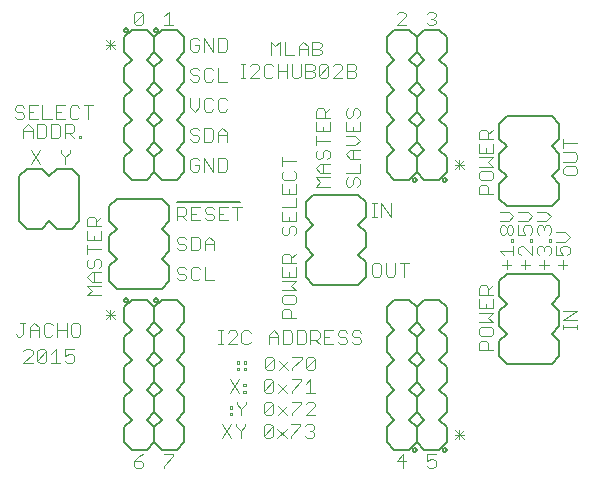
<source format=gbr>
G75*
%MOIN*%
%OFA0B0*%
%FSLAX24Y24*%
%IPPOS*%
%LPD*%
%AMOC8*
5,1,8,0,0,1.08239X$1,22.5*
%
%ADD10C,0.0040*%
%ADD11C,0.0079*%
%ADD12C,0.0060*%
%ADD13C,0.0050*%
D10*
X001287Y003895D02*
X001594Y004202D01*
X001594Y004279D01*
X001517Y004355D01*
X001363Y004355D01*
X001287Y004279D01*
X001287Y003895D02*
X001594Y003895D01*
X001747Y003972D02*
X002054Y004279D01*
X002054Y003972D01*
X001977Y003895D01*
X001824Y003895D01*
X001747Y003972D01*
X001747Y004279D01*
X001824Y004355D01*
X001977Y004355D01*
X002054Y004279D01*
X002207Y004202D02*
X002361Y004355D01*
X002361Y003895D01*
X002514Y003895D02*
X002207Y003895D01*
X002668Y003972D02*
X002745Y003895D01*
X002898Y003895D01*
X002975Y003972D01*
X002975Y004125D01*
X002898Y004202D01*
X002821Y004202D01*
X002668Y004125D01*
X002668Y004355D01*
X002975Y004355D01*
X002955Y004770D02*
X003108Y004770D01*
X003185Y004847D01*
X003185Y005154D01*
X003108Y005230D01*
X002955Y005230D01*
X002878Y005154D01*
X002878Y004847D01*
X002955Y004770D01*
X002725Y004770D02*
X002725Y005230D01*
X002725Y005000D02*
X002418Y005000D01*
X002264Y004847D02*
X002188Y004770D01*
X002034Y004770D01*
X001957Y004847D01*
X001957Y005154D01*
X002034Y005230D01*
X002188Y005230D01*
X002264Y005154D01*
X002418Y005230D02*
X002418Y004770D01*
X001804Y004770D02*
X001804Y005077D01*
X001651Y005230D01*
X001497Y005077D01*
X001497Y004770D01*
X001267Y004847D02*
X001267Y005230D01*
X001190Y005230D02*
X001344Y005230D01*
X001497Y005000D02*
X001804Y005000D01*
X001267Y004847D02*
X001190Y004770D01*
X001113Y004770D01*
X001037Y004847D01*
X003411Y006145D02*
X003565Y006298D01*
X003411Y006452D01*
X003872Y006452D01*
X003872Y006605D02*
X003565Y006605D01*
X003411Y006759D01*
X003565Y006912D01*
X003872Y006912D01*
X003795Y007066D02*
X003872Y007143D01*
X003872Y007296D01*
X003795Y007373D01*
X003718Y007373D01*
X003641Y007296D01*
X003641Y007143D01*
X003565Y007066D01*
X003488Y007066D01*
X003411Y007143D01*
X003411Y007296D01*
X003488Y007373D01*
X003411Y007526D02*
X003411Y007833D01*
X003411Y007680D02*
X003872Y007680D01*
X003872Y007987D02*
X003872Y008293D01*
X003872Y008447D02*
X003411Y008447D01*
X003411Y008677D01*
X003488Y008754D01*
X003641Y008754D01*
X003718Y008677D01*
X003718Y008447D01*
X003718Y008600D02*
X003872Y008754D01*
X003411Y008293D02*
X003411Y007987D01*
X003872Y007987D01*
X003641Y007987D02*
X003641Y008140D01*
X003641Y006912D02*
X003641Y006605D01*
X003872Y006145D02*
X003411Y006145D01*
X004037Y005654D02*
X004344Y005347D01*
X004344Y005500D02*
X004037Y005500D01*
X004037Y005347D02*
X004344Y005654D01*
X004190Y005654D02*
X004190Y005347D01*
X006412Y006722D02*
X006488Y006645D01*
X006642Y006645D01*
X006719Y006722D01*
X006719Y006798D01*
X006642Y006875D01*
X006488Y006875D01*
X006412Y006952D01*
X006412Y007029D01*
X006488Y007105D01*
X006642Y007105D01*
X006719Y007029D01*
X006872Y007029D02*
X006949Y007105D01*
X007102Y007105D01*
X007179Y007029D01*
X007332Y007105D02*
X007332Y006645D01*
X007639Y006645D01*
X007179Y006722D02*
X007102Y006645D01*
X006949Y006645D01*
X006872Y006722D01*
X006872Y007029D01*
X006872Y007645D02*
X007102Y007645D01*
X007179Y007722D01*
X007179Y008029D01*
X007102Y008105D01*
X006872Y008105D01*
X006872Y007645D01*
X006719Y007722D02*
X006642Y007645D01*
X006488Y007645D01*
X006412Y007722D01*
X006488Y007875D02*
X006412Y007952D01*
X006412Y008029D01*
X006488Y008105D01*
X006642Y008105D01*
X006719Y008029D01*
X006642Y007875D02*
X006719Y007798D01*
X006719Y007722D01*
X006642Y007875D02*
X006488Y007875D01*
X007332Y007875D02*
X007639Y007875D01*
X007639Y007952D02*
X007639Y007645D01*
X007332Y007645D02*
X007332Y007952D01*
X007486Y008105D01*
X007639Y007952D01*
X007563Y008645D02*
X007409Y008645D01*
X007332Y008722D01*
X007179Y008645D02*
X006872Y008645D01*
X006872Y009105D01*
X007179Y009105D01*
X007332Y009029D02*
X007332Y008952D01*
X007409Y008875D01*
X007563Y008875D01*
X007639Y008798D01*
X007639Y008722D01*
X007563Y008645D01*
X007793Y008645D02*
X008100Y008645D01*
X007946Y008875D02*
X007793Y008875D01*
X007639Y009029D02*
X007563Y009105D01*
X007409Y009105D01*
X007332Y009029D01*
X007026Y008875D02*
X006872Y008875D01*
X006719Y008875D02*
X006719Y009029D01*
X006642Y009105D01*
X006412Y009105D01*
X006412Y008645D01*
X006412Y008798D02*
X006642Y008798D01*
X006719Y008875D01*
X006565Y008798D02*
X006719Y008645D01*
X007793Y008645D02*
X007793Y009105D01*
X008100Y009105D01*
X008253Y009105D02*
X008560Y009105D01*
X008407Y009105D02*
X008407Y008645D01*
X009911Y008618D02*
X010372Y008618D01*
X010372Y008925D01*
X010372Y009078D02*
X010372Y009385D01*
X010372Y009539D02*
X010372Y009845D01*
X010295Y009999D02*
X010372Y010076D01*
X010372Y010229D01*
X010295Y010306D01*
X009988Y010306D02*
X009911Y010229D01*
X009911Y010076D01*
X009988Y009999D01*
X010295Y009999D01*
X010141Y009692D02*
X010141Y009539D01*
X009911Y009539D02*
X010372Y009539D01*
X009911Y009539D02*
X009911Y009845D01*
X009911Y010459D02*
X009911Y010766D01*
X009911Y010613D02*
X010372Y010613D01*
X011036Y010768D02*
X011113Y010691D01*
X011190Y010691D01*
X011266Y010768D01*
X011266Y010921D01*
X011343Y010998D01*
X011420Y010998D01*
X011497Y010921D01*
X011497Y010768D01*
X011420Y010691D01*
X011497Y010537D02*
X011190Y010537D01*
X011036Y010384D01*
X011190Y010230D01*
X011497Y010230D01*
X011497Y010077D02*
X011036Y010077D01*
X011190Y009923D01*
X011036Y009770D01*
X011497Y009770D01*
X011266Y010230D02*
X011266Y010537D01*
X011036Y010768D02*
X011036Y010921D01*
X011113Y010998D01*
X011036Y011151D02*
X011036Y011458D01*
X011036Y011305D02*
X011497Y011305D01*
X011497Y011612D02*
X011497Y011918D01*
X011497Y012072D02*
X011036Y012072D01*
X011036Y012302D01*
X011113Y012379D01*
X011266Y012379D01*
X011343Y012302D01*
X011343Y012072D01*
X011343Y012225D02*
X011497Y012379D01*
X012036Y012302D02*
X012036Y012149D01*
X012113Y012072D01*
X012190Y012072D01*
X012266Y012149D01*
X012266Y012302D01*
X012343Y012379D01*
X012420Y012379D01*
X012497Y012302D01*
X012497Y012149D01*
X012420Y012072D01*
X012497Y011918D02*
X012497Y011612D01*
X012036Y011612D01*
X012036Y011918D01*
X012266Y011765D02*
X012266Y011612D01*
X012343Y011458D02*
X012036Y011458D01*
X012036Y011151D02*
X012343Y011151D01*
X012497Y011305D01*
X012343Y011458D01*
X012266Y010998D02*
X012266Y010691D01*
X012190Y010691D02*
X012036Y010844D01*
X012190Y010998D01*
X012497Y010998D01*
X012497Y010691D02*
X012190Y010691D01*
X012497Y010537D02*
X012497Y010230D01*
X012036Y010230D01*
X012113Y010077D02*
X012036Y010000D01*
X012036Y009847D01*
X012113Y009770D01*
X012190Y009770D01*
X012266Y009847D01*
X012266Y010000D01*
X012343Y010077D01*
X012420Y010077D01*
X012497Y010000D01*
X012497Y009847D01*
X012420Y009770D01*
X012912Y009230D02*
X013065Y009230D01*
X012988Y009230D02*
X012988Y008770D01*
X012912Y008770D02*
X013065Y008770D01*
X013219Y008770D02*
X013219Y009230D01*
X013526Y008770D01*
X013526Y009230D01*
X015662Y010347D02*
X015969Y010654D01*
X015969Y010500D02*
X015662Y010500D01*
X015662Y010654D02*
X015969Y010347D01*
X015815Y010347D02*
X015815Y010654D01*
X016474Y010748D02*
X016934Y010748D01*
X016781Y010594D01*
X016934Y010441D01*
X016474Y010441D01*
X016551Y010287D02*
X016474Y010211D01*
X016474Y010057D01*
X016551Y009980D01*
X016857Y009980D01*
X016934Y010057D01*
X016934Y010211D01*
X016857Y010287D01*
X016551Y010287D01*
X016551Y009827D02*
X016704Y009827D01*
X016781Y009750D01*
X016781Y009520D01*
X016934Y009520D02*
X016474Y009520D01*
X016474Y009750D01*
X016551Y009827D01*
X017161Y008938D02*
X017468Y008938D01*
X017622Y008785D01*
X017468Y008631D01*
X017161Y008631D01*
X017238Y008478D02*
X017315Y008478D01*
X017391Y008401D01*
X017391Y008248D01*
X017315Y008171D01*
X017238Y008171D01*
X017161Y008248D01*
X017161Y008401D01*
X017238Y008478D01*
X017391Y008401D02*
X017468Y008478D01*
X017545Y008478D01*
X017622Y008401D01*
X017622Y008248D01*
X017545Y008171D01*
X017468Y008171D01*
X017391Y008248D01*
X017545Y008018D02*
X017622Y008018D01*
X017622Y007941D01*
X017545Y007941D01*
X017545Y008018D01*
X017786Y008171D02*
X018016Y008171D01*
X017940Y008324D01*
X017940Y008401D01*
X018016Y008478D01*
X018170Y008478D01*
X018247Y008401D01*
X018247Y008248D01*
X018170Y008171D01*
X018170Y008018D02*
X018247Y008018D01*
X018247Y007941D01*
X018170Y007941D01*
X018170Y008018D01*
X018411Y008248D02*
X018411Y008401D01*
X018488Y008478D01*
X018565Y008478D01*
X018641Y008401D01*
X018718Y008478D01*
X018795Y008478D01*
X018872Y008401D01*
X018872Y008248D01*
X018795Y008171D01*
X018795Y008018D02*
X018872Y008018D01*
X018872Y007941D01*
X018795Y007941D01*
X018795Y008018D01*
X019036Y007941D02*
X019343Y007941D01*
X019497Y008094D01*
X019343Y008248D01*
X019036Y008248D01*
X018641Y008324D02*
X018641Y008401D01*
X018718Y008631D02*
X018411Y008631D01*
X018247Y008785D02*
X018093Y008938D01*
X017786Y008938D01*
X017786Y008631D02*
X018093Y008631D01*
X018247Y008785D01*
X018411Y008938D02*
X018718Y008938D01*
X018872Y008785D01*
X018718Y008631D01*
X018411Y008248D02*
X018488Y008171D01*
X018488Y007787D02*
X018565Y007787D01*
X018641Y007711D01*
X018718Y007787D01*
X018795Y007787D01*
X018872Y007711D01*
X018872Y007557D01*
X018795Y007480D01*
X018641Y007327D02*
X018641Y007020D01*
X018488Y007173D02*
X018795Y007173D01*
X019113Y007173D02*
X019420Y007173D01*
X019266Y007020D02*
X019266Y007327D01*
X019266Y007480D02*
X019036Y007480D01*
X019036Y007787D01*
X019190Y007711D02*
X019190Y007634D01*
X019266Y007480D01*
X019420Y007480D02*
X019497Y007557D01*
X019497Y007711D01*
X019420Y007787D01*
X019266Y007787D01*
X019190Y007711D01*
X018641Y007711D02*
X018641Y007634D01*
X018488Y007787D02*
X018411Y007711D01*
X018411Y007557D01*
X018488Y007480D01*
X018247Y007480D02*
X017940Y007787D01*
X017863Y007787D01*
X017786Y007711D01*
X017786Y007557D01*
X017863Y007480D01*
X018016Y007327D02*
X018016Y007020D01*
X017863Y007173D02*
X018170Y007173D01*
X018247Y007480D02*
X018247Y007787D01*
X017786Y008171D02*
X017786Y008478D01*
X017622Y007787D02*
X017622Y007480D01*
X017622Y007634D02*
X017161Y007634D01*
X017315Y007480D01*
X017391Y007327D02*
X017391Y007020D01*
X017238Y007173D02*
X017545Y007173D01*
X016934Y006481D02*
X016781Y006328D01*
X016781Y006404D02*
X016704Y006481D01*
X016551Y006481D01*
X016474Y006404D01*
X016474Y006174D01*
X016934Y006174D01*
X016781Y006174D02*
X016781Y006404D01*
X016934Y006021D02*
X016934Y005714D01*
X016474Y005714D01*
X016474Y006021D01*
X016704Y005867D02*
X016704Y005714D01*
X016934Y005560D02*
X016474Y005560D01*
X016474Y005253D02*
X016934Y005253D01*
X016781Y005407D01*
X016934Y005560D01*
X016857Y005100D02*
X016551Y005100D01*
X016474Y005023D01*
X016474Y004870D01*
X016551Y004793D01*
X016857Y004793D01*
X016934Y004870D01*
X016934Y005023D01*
X016857Y005100D01*
X016704Y004639D02*
X016781Y004563D01*
X016781Y004333D01*
X016934Y004333D02*
X016474Y004333D01*
X016474Y004563D01*
X016551Y004639D01*
X016704Y004639D01*
X019286Y005020D02*
X019286Y005173D01*
X019286Y005097D02*
X019747Y005097D01*
X019747Y005173D02*
X019747Y005020D01*
X019747Y005327D02*
X019286Y005327D01*
X019747Y005634D01*
X019286Y005634D01*
X015969Y001654D02*
X015662Y001347D01*
X015815Y001347D02*
X015815Y001654D01*
X015662Y001654D02*
X015969Y001347D01*
X015969Y001500D02*
X015662Y001500D01*
X015031Y000855D02*
X014724Y000855D01*
X014724Y000625D01*
X014878Y000702D01*
X014954Y000702D01*
X015031Y000625D01*
X015031Y000472D01*
X014954Y000395D01*
X014801Y000395D01*
X014724Y000472D01*
X014031Y000625D02*
X013724Y000625D01*
X013954Y000855D01*
X013954Y000395D01*
X010981Y001472D02*
X010904Y001395D01*
X010751Y001395D01*
X010674Y001472D01*
X010827Y001625D02*
X010904Y001625D01*
X010981Y001548D01*
X010981Y001472D01*
X010904Y001625D02*
X010981Y001702D01*
X010981Y001779D01*
X010904Y001855D01*
X010751Y001855D01*
X010674Y001779D01*
X010521Y001779D02*
X010214Y001472D01*
X010214Y001395D01*
X010060Y001395D02*
X009753Y001702D01*
X009600Y001779D02*
X009600Y001472D01*
X009523Y001395D01*
X009370Y001395D01*
X009293Y001472D01*
X009600Y001779D01*
X009523Y001855D01*
X009370Y001855D01*
X009293Y001779D01*
X009293Y001472D01*
X009753Y001395D02*
X010060Y001702D01*
X010214Y001855D02*
X010521Y001855D01*
X010521Y001779D01*
X010694Y002145D02*
X011001Y002452D01*
X011001Y002529D01*
X010924Y002605D01*
X010771Y002605D01*
X010694Y002529D01*
X010540Y002529D02*
X010540Y002605D01*
X010233Y002605D01*
X010080Y002452D02*
X009773Y002145D01*
X009620Y002222D02*
X009543Y002145D01*
X009389Y002145D01*
X009313Y002222D01*
X009620Y002529D01*
X009620Y002222D01*
X009313Y002222D02*
X009313Y002529D01*
X009389Y002605D01*
X009543Y002605D01*
X009620Y002529D01*
X009773Y002452D02*
X010080Y002145D01*
X010233Y002145D02*
X010233Y002222D01*
X010540Y002529D01*
X010694Y002145D02*
X011001Y002145D01*
X011001Y002895D02*
X010694Y002895D01*
X010847Y002895D02*
X010847Y003355D01*
X010694Y003202D01*
X010540Y003279D02*
X010233Y002972D01*
X010233Y002895D01*
X010080Y002895D02*
X009773Y003202D01*
X009620Y003279D02*
X009313Y002972D01*
X009389Y002895D01*
X009543Y002895D01*
X009620Y002972D01*
X009620Y003279D01*
X009543Y003355D01*
X009389Y003355D01*
X009313Y003279D01*
X009313Y002972D01*
X009773Y002895D02*
X010080Y003202D01*
X010233Y003355D02*
X010540Y003355D01*
X010540Y003279D01*
X010790Y003645D02*
X010714Y003722D01*
X011021Y004029D01*
X011021Y003722D01*
X010944Y003645D01*
X010790Y003645D01*
X010714Y003722D02*
X010714Y004029D01*
X010790Y004105D01*
X010944Y004105D01*
X011021Y004029D01*
X010560Y004029D02*
X010253Y003722D01*
X010253Y003645D01*
X010100Y003645D02*
X009793Y003952D01*
X009639Y004029D02*
X009639Y003722D01*
X009563Y003645D01*
X009409Y003645D01*
X009332Y003722D01*
X009639Y004029D01*
X009563Y004105D01*
X009409Y004105D01*
X009332Y004029D01*
X009332Y003722D01*
X009793Y003645D02*
X010100Y003952D01*
X010253Y004105D02*
X010560Y004105D01*
X010560Y004029D01*
X010626Y004520D02*
X010396Y004520D01*
X010396Y004980D01*
X010626Y004980D01*
X010702Y004904D01*
X010702Y004597D01*
X010626Y004520D01*
X010856Y004520D02*
X010856Y004980D01*
X011086Y004980D01*
X011163Y004904D01*
X011163Y004750D01*
X011086Y004673D01*
X010856Y004673D01*
X011009Y004673D02*
X011163Y004520D01*
X011316Y004520D02*
X011623Y004520D01*
X011777Y004597D02*
X011853Y004520D01*
X012007Y004520D01*
X012084Y004597D01*
X012084Y004673D01*
X012007Y004750D01*
X011853Y004750D01*
X011777Y004827D01*
X011777Y004904D01*
X011853Y004980D01*
X012007Y004980D01*
X012084Y004904D01*
X012237Y004904D02*
X012237Y004827D01*
X012314Y004750D01*
X012467Y004750D01*
X012544Y004673D01*
X012544Y004597D01*
X012467Y004520D01*
X012314Y004520D01*
X012237Y004597D01*
X012237Y004904D02*
X012314Y004980D01*
X012467Y004980D01*
X012544Y004904D01*
X011623Y004980D02*
X011316Y004980D01*
X011316Y004520D01*
X011316Y004750D02*
X011470Y004750D01*
X010372Y005395D02*
X009911Y005395D01*
X009911Y005625D01*
X009988Y005702D01*
X010141Y005702D01*
X010218Y005625D01*
X010218Y005395D01*
X010165Y004980D02*
X009935Y004980D01*
X009935Y004520D01*
X010165Y004520D01*
X010242Y004597D01*
X010242Y004904D01*
X010165Y004980D01*
X009782Y004827D02*
X009782Y004520D01*
X009782Y004750D02*
X009475Y004750D01*
X009475Y004827D02*
X009475Y004520D01*
X009475Y004827D02*
X009628Y004980D01*
X009782Y004827D01*
X008861Y004904D02*
X008784Y004980D01*
X008631Y004980D01*
X008554Y004904D01*
X008554Y004597D01*
X008631Y004520D01*
X008784Y004520D01*
X008861Y004597D01*
X008401Y004520D02*
X008094Y004520D01*
X008401Y004827D01*
X008401Y004904D01*
X008324Y004980D01*
X008170Y004980D01*
X008094Y004904D01*
X007940Y004980D02*
X007787Y004980D01*
X007863Y004980D02*
X007863Y004520D01*
X007787Y004520D02*
X007940Y004520D01*
X008412Y003952D02*
X008412Y003875D01*
X008488Y003875D01*
X008488Y003952D01*
X008412Y003952D01*
X008642Y003952D02*
X008642Y003875D01*
X008719Y003875D01*
X008719Y003952D01*
X008642Y003952D01*
X008642Y003722D02*
X008642Y003645D01*
X008719Y003645D01*
X008719Y003722D01*
X008642Y003722D01*
X008488Y003722D02*
X008488Y003645D01*
X008412Y003645D01*
X008412Y003722D01*
X008488Y003722D01*
X008469Y003355D02*
X008162Y002895D01*
X008469Y002895D02*
X008162Y003355D01*
X008622Y003202D02*
X008622Y003125D01*
X008699Y003125D01*
X008699Y003202D01*
X008622Y003202D01*
X008622Y002972D02*
X008622Y002895D01*
X008699Y002895D01*
X008699Y002972D01*
X008622Y002972D01*
X008699Y002605D02*
X008699Y002529D01*
X008545Y002375D01*
X008545Y002145D01*
X008545Y002375D02*
X008392Y002529D01*
X008392Y002605D01*
X008238Y002452D02*
X008238Y002375D01*
X008162Y002375D01*
X008162Y002452D01*
X008238Y002452D01*
X008238Y002222D02*
X008238Y002145D01*
X008162Y002145D01*
X008162Y002222D01*
X008238Y002222D01*
X008219Y001855D02*
X007912Y001395D01*
X008219Y001395D02*
X007912Y001855D01*
X008372Y001855D02*
X008372Y001779D01*
X008526Y001625D01*
X008526Y001395D01*
X008526Y001625D02*
X008679Y001779D01*
X008679Y001855D01*
X006281Y000855D02*
X006281Y000779D01*
X005974Y000472D01*
X005974Y000395D01*
X005974Y000855D02*
X006281Y000855D01*
X005281Y000855D02*
X005128Y000779D01*
X004974Y000625D01*
X005204Y000625D01*
X005281Y000548D01*
X005281Y000472D01*
X005204Y000395D01*
X005051Y000395D01*
X004974Y000472D01*
X004974Y000625D01*
X009988Y005855D02*
X010295Y005855D01*
X010372Y005932D01*
X010372Y006086D01*
X010295Y006162D01*
X009988Y006162D01*
X009911Y006086D01*
X009911Y005932D01*
X009988Y005855D01*
X009911Y006316D02*
X010372Y006316D01*
X010218Y006469D01*
X010372Y006623D01*
X009911Y006623D01*
X009911Y006776D02*
X010372Y006776D01*
X010372Y007083D01*
X010372Y007237D02*
X009911Y007237D01*
X009911Y007467D01*
X009988Y007543D01*
X010141Y007543D01*
X010218Y007467D01*
X010218Y007237D01*
X010218Y007390D02*
X010372Y007543D01*
X010295Y008157D02*
X010372Y008234D01*
X010372Y008388D01*
X010295Y008464D01*
X010218Y008464D01*
X010141Y008388D01*
X010141Y008234D01*
X010065Y008157D01*
X009988Y008157D01*
X009911Y008234D01*
X009911Y008388D01*
X009988Y008464D01*
X009911Y008618D02*
X009911Y008925D01*
X009911Y009078D02*
X010372Y009078D01*
X010141Y008771D02*
X010141Y008618D01*
X009911Y007083D02*
X009911Y006776D01*
X010141Y006776D02*
X010141Y006930D01*
X012912Y006847D02*
X012988Y006770D01*
X013142Y006770D01*
X013219Y006847D01*
X013219Y007154D01*
X013142Y007230D01*
X012988Y007230D01*
X012912Y007154D01*
X012912Y006847D01*
X013372Y006847D02*
X013449Y006770D01*
X013602Y006770D01*
X013679Y006847D01*
X013679Y007230D01*
X013832Y007230D02*
X014139Y007230D01*
X013986Y007230D02*
X013986Y006770D01*
X013372Y006847D02*
X013372Y007230D01*
X016474Y010901D02*
X016934Y010901D01*
X016934Y011208D01*
X016934Y011362D02*
X016474Y011362D01*
X016474Y011592D01*
X016551Y011668D01*
X016704Y011668D01*
X016781Y011592D01*
X016781Y011362D01*
X016781Y011515D02*
X016934Y011668D01*
X016474Y011208D02*
X016474Y010901D01*
X016704Y010901D02*
X016704Y011055D01*
X019286Y011066D02*
X019286Y011373D01*
X019286Y011219D02*
X019747Y011219D01*
X019670Y010912D02*
X019286Y010912D01*
X019286Y010605D02*
X019670Y010605D01*
X019747Y010682D01*
X019747Y010836D01*
X019670Y010912D01*
X019670Y010452D02*
X019363Y010452D01*
X019286Y010375D01*
X019286Y010222D01*
X019363Y010145D01*
X019670Y010145D01*
X019747Y010222D01*
X019747Y010375D01*
X019670Y010452D01*
X014954Y015145D02*
X014801Y015145D01*
X014724Y015222D01*
X014878Y015375D02*
X014954Y015375D01*
X015031Y015298D01*
X015031Y015222D01*
X014954Y015145D01*
X014954Y015375D02*
X015031Y015452D01*
X015031Y015529D01*
X014954Y015605D01*
X014801Y015605D01*
X014724Y015529D01*
X014031Y015529D02*
X014031Y015452D01*
X013724Y015145D01*
X014031Y015145D01*
X014031Y015529D02*
X013954Y015605D01*
X013801Y015605D01*
X013724Y015529D01*
X012297Y013855D02*
X012066Y013855D01*
X012066Y013395D01*
X012297Y013395D01*
X012373Y013472D01*
X012373Y013548D01*
X012297Y013625D01*
X012066Y013625D01*
X011913Y013702D02*
X011913Y013779D01*
X011836Y013855D01*
X011683Y013855D01*
X011606Y013779D01*
X011452Y013779D02*
X011146Y013472D01*
X011222Y013395D01*
X011376Y013395D01*
X011452Y013472D01*
X011452Y013779D01*
X011376Y013855D01*
X011222Y013855D01*
X011146Y013779D01*
X011146Y013472D01*
X010992Y013472D02*
X010915Y013395D01*
X010685Y013395D01*
X010685Y013855D01*
X010915Y013855D01*
X010992Y013779D01*
X010992Y013702D01*
X010915Y013625D01*
X010685Y013625D01*
X010532Y013472D02*
X010532Y013855D01*
X010457Y014145D02*
X010457Y014452D01*
X010611Y014605D01*
X010764Y014452D01*
X010764Y014145D01*
X010918Y014145D02*
X011148Y014145D01*
X011225Y014222D01*
X011225Y014298D01*
X011148Y014375D01*
X010918Y014375D01*
X010764Y014375D02*
X010457Y014375D01*
X010304Y014145D02*
X009997Y014145D01*
X009997Y014605D01*
X009844Y014605D02*
X009690Y014452D01*
X009537Y014605D01*
X009537Y014145D01*
X009844Y014145D02*
X009844Y014605D01*
X009764Y013855D02*
X009764Y013395D01*
X009611Y013472D02*
X009534Y013395D01*
X009381Y013395D01*
X009304Y013472D01*
X009304Y013779D01*
X009381Y013855D01*
X009534Y013855D01*
X009611Y013779D01*
X009764Y013625D02*
X010071Y013625D01*
X010225Y013472D02*
X010302Y013395D01*
X010455Y013395D01*
X010532Y013472D01*
X010225Y013472D02*
X010225Y013855D01*
X010071Y013855D02*
X010071Y013395D01*
X010915Y013625D02*
X010992Y013548D01*
X010992Y013472D01*
X011606Y013395D02*
X011913Y013702D01*
X011913Y013395D02*
X011606Y013395D01*
X012297Y013625D02*
X012373Y013702D01*
X012373Y013779D01*
X012297Y013855D01*
X011225Y014452D02*
X011148Y014375D01*
X011225Y014452D02*
X011225Y014529D01*
X011148Y014605D01*
X010918Y014605D01*
X010918Y014145D01*
X009151Y013779D02*
X009151Y013702D01*
X008844Y013395D01*
X009151Y013395D01*
X008690Y013395D02*
X008537Y013395D01*
X008613Y013395D02*
X008613Y013855D01*
X008537Y013855D02*
X008690Y013855D01*
X008844Y013779D02*
X008920Y013855D01*
X009074Y013855D01*
X009151Y013779D01*
X008077Y013270D02*
X007770Y013270D01*
X007770Y013730D01*
X007616Y013654D02*
X007540Y013730D01*
X007386Y013730D01*
X007310Y013654D01*
X007310Y013347D01*
X007386Y013270D01*
X007540Y013270D01*
X007616Y013347D01*
X007156Y013347D02*
X007079Y013270D01*
X006926Y013270D01*
X006849Y013347D01*
X006926Y013500D02*
X007079Y013500D01*
X007156Y013423D01*
X007156Y013347D01*
X006926Y013500D02*
X006849Y013577D01*
X006849Y013654D01*
X006926Y013730D01*
X007079Y013730D01*
X007156Y013654D01*
X007079Y014270D02*
X006926Y014270D01*
X006849Y014347D01*
X006849Y014654D01*
X006926Y014730D01*
X007079Y014730D01*
X007156Y014654D01*
X007156Y014500D02*
X007003Y014500D01*
X007156Y014500D02*
X007156Y014347D01*
X007079Y014270D01*
X007310Y014270D02*
X007310Y014730D01*
X007616Y014270D01*
X007616Y014730D01*
X007770Y014730D02*
X008000Y014730D01*
X008077Y014654D01*
X008077Y014347D01*
X008000Y014270D01*
X007770Y014270D01*
X007770Y014730D01*
X006281Y015145D02*
X005974Y015145D01*
X006128Y015145D02*
X006128Y015605D01*
X005974Y015452D01*
X005281Y015529D02*
X005281Y015222D01*
X005204Y015145D01*
X005051Y015145D01*
X004974Y015222D01*
X005281Y015529D01*
X005204Y015605D01*
X005051Y015605D01*
X004974Y015529D01*
X004974Y015222D01*
X004344Y014654D02*
X004037Y014347D01*
X004190Y014347D02*
X004190Y014654D01*
X004037Y014654D02*
X004344Y014347D01*
X004344Y014500D02*
X004037Y014500D01*
X003606Y012480D02*
X003299Y012480D01*
X003452Y012480D02*
X003452Y012020D01*
X003146Y012097D02*
X003069Y012020D01*
X002915Y012020D01*
X002839Y012097D01*
X002839Y012404D01*
X002915Y012480D01*
X003069Y012480D01*
X003146Y012404D01*
X002685Y012480D02*
X002378Y012480D01*
X002378Y012020D01*
X002685Y012020D01*
X002668Y011855D02*
X002898Y011855D01*
X002975Y011779D01*
X002975Y011625D01*
X002898Y011548D01*
X002668Y011548D01*
X002668Y011395D02*
X002668Y011855D01*
X002514Y011779D02*
X002438Y011855D01*
X002207Y011855D01*
X002207Y011395D01*
X002438Y011395D01*
X002514Y011472D01*
X002514Y011779D01*
X002225Y012020D02*
X001918Y012020D01*
X001918Y012480D01*
X001764Y012480D02*
X001457Y012480D01*
X001457Y012020D01*
X001764Y012020D01*
X001747Y011855D02*
X001977Y011855D01*
X002054Y011779D01*
X002054Y011472D01*
X001977Y011395D01*
X001747Y011395D01*
X001747Y011855D01*
X001594Y011702D02*
X001594Y011395D01*
X001594Y011625D02*
X001287Y011625D01*
X001287Y011702D02*
X001287Y011395D01*
X001287Y011702D02*
X001440Y011855D01*
X001594Y011702D01*
X001227Y012020D02*
X001074Y012020D01*
X000997Y012097D01*
X001074Y012250D02*
X001227Y012250D01*
X001304Y012173D01*
X001304Y012097D01*
X001227Y012020D01*
X001074Y012250D02*
X000997Y012327D01*
X000997Y012404D01*
X001074Y012480D01*
X001227Y012480D01*
X001304Y012404D01*
X001457Y012250D02*
X001611Y012250D01*
X002378Y012250D02*
X002532Y012250D01*
X002821Y011548D02*
X002975Y011395D01*
X003128Y011395D02*
X003205Y011395D01*
X003205Y011472D01*
X003128Y011472D01*
X003128Y011395D01*
X002844Y010980D02*
X002844Y010904D01*
X002690Y010750D01*
X002690Y010520D01*
X002690Y010750D02*
X002537Y010904D01*
X002537Y010980D01*
X001844Y010980D02*
X001537Y010520D01*
X001844Y010520D02*
X001537Y010980D01*
X006849Y010654D02*
X006849Y010347D01*
X006926Y010270D01*
X007079Y010270D01*
X007156Y010347D01*
X007156Y010500D01*
X007003Y010500D01*
X007156Y010654D02*
X007079Y010730D01*
X006926Y010730D01*
X006849Y010654D01*
X007310Y010730D02*
X007310Y010270D01*
X007616Y010270D02*
X007616Y010730D01*
X007770Y010730D02*
X008000Y010730D01*
X008077Y010654D01*
X008077Y010347D01*
X008000Y010270D01*
X007770Y010270D01*
X007770Y010730D01*
X007310Y010730D02*
X007616Y010270D01*
X007540Y011270D02*
X007310Y011270D01*
X007310Y011730D01*
X007540Y011730D01*
X007616Y011654D01*
X007616Y011347D01*
X007540Y011270D01*
X007770Y011270D02*
X007770Y011577D01*
X007923Y011730D01*
X008077Y011577D01*
X008077Y011270D01*
X008077Y011500D02*
X007770Y011500D01*
X007156Y011423D02*
X007156Y011347D01*
X007079Y011270D01*
X006926Y011270D01*
X006849Y011347D01*
X006926Y011500D02*
X007079Y011500D01*
X007156Y011423D01*
X007156Y011654D02*
X007079Y011730D01*
X006926Y011730D01*
X006849Y011654D01*
X006849Y011577D01*
X006926Y011500D01*
X007003Y012270D02*
X007156Y012423D01*
X007156Y012730D01*
X007310Y012654D02*
X007310Y012347D01*
X007386Y012270D01*
X007540Y012270D01*
X007616Y012347D01*
X007770Y012347D02*
X007847Y012270D01*
X008000Y012270D01*
X008077Y012347D01*
X008077Y012654D02*
X008000Y012730D01*
X007847Y012730D01*
X007770Y012654D01*
X007770Y012347D01*
X007616Y012654D02*
X007540Y012730D01*
X007386Y012730D01*
X007310Y012654D01*
X006849Y012730D02*
X006849Y012423D01*
X007003Y012270D01*
X011036Y011918D02*
X011036Y011612D01*
X011497Y011612D01*
X011266Y011612D02*
X011266Y011765D01*
X012036Y012302D02*
X012113Y012379D01*
D11*
X008517Y009250D02*
X006392Y009250D01*
D12*
X004642Y001750D02*
X004642Y001250D01*
X004892Y001000D01*
X005392Y001000D01*
X005642Y001250D01*
X005642Y001750D01*
X005892Y002000D01*
X005642Y002250D01*
X005642Y002750D01*
X005892Y003000D01*
X005642Y003250D01*
X005642Y003750D01*
X005892Y004000D01*
X005642Y004250D01*
X005642Y004750D01*
X005892Y005000D01*
X005642Y005250D01*
X005642Y005750D01*
X005892Y006000D01*
X006392Y006000D01*
X006642Y005750D01*
X006642Y005250D01*
X006392Y005000D01*
X006642Y004750D01*
X006642Y004250D01*
X006392Y004000D01*
X006642Y003750D01*
X006642Y003250D01*
X006392Y003000D01*
X006642Y002750D01*
X006642Y002250D01*
X006392Y002000D01*
X006642Y001750D01*
X006642Y001250D01*
X006392Y001000D01*
X005892Y001000D01*
X005642Y001250D01*
X005642Y001750D01*
X005392Y002000D01*
X005642Y002250D01*
X005642Y002750D01*
X005392Y003000D01*
X005642Y003250D01*
X005642Y003750D01*
X005392Y004000D01*
X005642Y004250D01*
X005642Y004750D01*
X005392Y005000D01*
X005642Y005250D01*
X005642Y005750D01*
X005392Y006000D01*
X004892Y006000D01*
X004642Y005750D01*
X004642Y005250D01*
X004892Y005000D01*
X004642Y004750D01*
X004642Y004250D01*
X004892Y004000D01*
X004642Y003750D01*
X004642Y003250D01*
X004892Y003000D01*
X004642Y002750D01*
X004642Y002250D01*
X004892Y002000D01*
X004642Y001750D01*
X004392Y006375D02*
X005892Y006375D01*
X006142Y006625D01*
X006142Y007125D01*
X005892Y007375D01*
X006142Y007625D01*
X006142Y008125D01*
X005892Y008375D01*
X006142Y008625D01*
X006142Y009125D01*
X005892Y009375D01*
X004392Y009375D01*
X004142Y009125D01*
X004142Y008625D01*
X004392Y008375D01*
X004142Y008125D01*
X004142Y007625D01*
X004392Y007375D01*
X004142Y007125D01*
X004142Y006625D01*
X004392Y006375D01*
X002892Y008375D02*
X002392Y008375D01*
X002142Y008625D01*
X001892Y008375D01*
X001392Y008375D01*
X001142Y008625D01*
X001142Y010125D01*
X001392Y010375D01*
X001892Y010375D01*
X002142Y010125D01*
X002392Y010375D01*
X002892Y010375D01*
X003142Y010125D01*
X003142Y008625D01*
X002892Y008375D01*
X004642Y010250D02*
X004892Y010000D01*
X005392Y010000D01*
X005642Y010250D01*
X005642Y010750D01*
X005892Y011000D01*
X005642Y011250D01*
X005642Y011750D01*
X005892Y012000D01*
X005642Y012250D01*
X005642Y012750D01*
X005892Y013000D01*
X005642Y013250D01*
X005642Y013750D01*
X005892Y014000D01*
X005642Y014250D01*
X005642Y014750D01*
X005892Y015000D01*
X006392Y015000D01*
X006642Y014750D01*
X006642Y014250D01*
X006392Y014000D01*
X006642Y013750D01*
X006642Y013250D01*
X006392Y013000D01*
X006642Y012750D01*
X006642Y012250D01*
X006392Y012000D01*
X006642Y011750D01*
X006642Y011250D01*
X006392Y011000D01*
X006642Y010750D01*
X006642Y010250D01*
X006392Y010000D01*
X005892Y010000D01*
X005642Y010250D01*
X005642Y010750D01*
X005392Y011000D01*
X005642Y011250D01*
X005642Y011750D01*
X005392Y012000D01*
X005642Y012250D01*
X005642Y012750D01*
X005392Y013000D01*
X005642Y013250D01*
X005642Y013750D01*
X005392Y014000D01*
X005642Y014250D01*
X005642Y014750D01*
X005392Y015000D01*
X004892Y015000D01*
X004642Y014750D01*
X004642Y014250D01*
X004892Y014000D01*
X004642Y013750D01*
X004642Y013250D01*
X004892Y013000D01*
X004642Y012750D01*
X004642Y012250D01*
X004892Y012000D01*
X004642Y011750D01*
X004642Y011250D01*
X004892Y011000D01*
X004642Y010750D01*
X004642Y010250D01*
X010704Y009250D02*
X010704Y008750D01*
X010954Y008500D01*
X010704Y008250D01*
X010704Y007750D01*
X010954Y007500D01*
X010704Y007250D01*
X010704Y006750D01*
X010954Y006500D01*
X012454Y006500D01*
X012704Y006750D01*
X012704Y007250D01*
X012454Y007500D01*
X012704Y007750D01*
X012704Y008250D01*
X012454Y008500D01*
X012704Y008750D01*
X012704Y009250D01*
X012454Y009500D01*
X010954Y009500D01*
X010704Y009250D01*
X013392Y010250D02*
X013642Y010000D01*
X014142Y010000D01*
X014392Y010250D01*
X014642Y010000D01*
X015142Y010000D01*
X015392Y010250D01*
X015392Y010750D01*
X015142Y011000D01*
X015392Y011250D01*
X015392Y011750D01*
X015142Y012000D01*
X015392Y012250D01*
X015392Y012750D01*
X015142Y013000D01*
X015392Y013250D01*
X015392Y013750D01*
X015142Y014000D01*
X015392Y014250D01*
X015392Y014750D01*
X015142Y015000D01*
X014642Y015000D01*
X014392Y014750D01*
X014392Y014250D01*
X014642Y014000D01*
X014392Y013750D01*
X014392Y013250D01*
X014642Y013000D01*
X014392Y012750D01*
X014392Y012250D01*
X014642Y012000D01*
X014392Y011750D01*
X014392Y011250D01*
X014642Y011000D01*
X014392Y010750D01*
X014392Y010250D01*
X014392Y010750D01*
X014142Y011000D01*
X014392Y011250D01*
X014392Y011750D01*
X014142Y012000D01*
X014392Y012250D01*
X014392Y012750D01*
X014142Y013000D01*
X014392Y013250D01*
X014392Y013750D01*
X014142Y014000D01*
X014392Y014250D01*
X014392Y014750D01*
X014142Y015000D01*
X013642Y015000D01*
X013392Y014750D01*
X013392Y014250D01*
X013642Y014000D01*
X013392Y013750D01*
X013392Y013250D01*
X013642Y013000D01*
X013392Y012750D01*
X013392Y012250D01*
X013642Y012000D01*
X013392Y011750D01*
X013392Y011250D01*
X013642Y011000D01*
X013392Y010750D01*
X013392Y010250D01*
X017142Y010375D02*
X017142Y010875D01*
X017392Y011125D01*
X017142Y011375D01*
X017142Y011875D01*
X017392Y012125D01*
X018892Y012125D01*
X019142Y011875D01*
X019142Y011375D01*
X018892Y011125D01*
X019142Y010875D01*
X019142Y010375D01*
X018892Y010125D01*
X019142Y009875D01*
X019142Y009375D01*
X018892Y009125D01*
X017392Y009125D01*
X017142Y009375D01*
X017142Y009875D01*
X017392Y010125D01*
X017142Y010375D01*
X017392Y006875D02*
X017142Y006625D01*
X017142Y006125D01*
X017392Y005875D01*
X017142Y005625D01*
X017142Y005125D01*
X017392Y004875D01*
X017142Y004625D01*
X017142Y004125D01*
X017392Y003875D01*
X018892Y003875D01*
X019142Y004125D01*
X019142Y004625D01*
X018892Y004875D01*
X019142Y005125D01*
X019142Y005625D01*
X018892Y005875D01*
X019142Y006125D01*
X019142Y006625D01*
X018892Y006875D01*
X017392Y006875D01*
X015392Y005750D02*
X015392Y005250D01*
X015142Y005000D01*
X015392Y004750D01*
X015392Y004250D01*
X015142Y004000D01*
X015392Y003750D01*
X015392Y003250D01*
X015142Y003000D01*
X015392Y002750D01*
X015392Y002250D01*
X015142Y002000D01*
X015392Y001750D01*
X015392Y001250D01*
X015142Y001000D01*
X014642Y001000D01*
X014392Y001250D01*
X014392Y001750D01*
X014642Y002000D01*
X014392Y002250D01*
X014392Y002750D01*
X014642Y003000D01*
X014392Y003250D01*
X014392Y003750D01*
X014642Y004000D01*
X014392Y004250D01*
X014392Y004750D01*
X014642Y005000D01*
X014392Y005250D01*
X014392Y005750D01*
X014642Y006000D01*
X015142Y006000D01*
X015392Y005750D01*
X014392Y005750D02*
X014392Y005250D01*
X014142Y005000D01*
X014392Y004750D01*
X014392Y004250D01*
X014142Y004000D01*
X014392Y003750D01*
X014392Y003250D01*
X014142Y003000D01*
X014392Y002750D01*
X014392Y002250D01*
X014142Y002000D01*
X014392Y001750D01*
X014392Y001250D01*
X014142Y001000D01*
X013642Y001000D01*
X013392Y001250D01*
X013392Y001750D01*
X013642Y002000D01*
X013392Y002250D01*
X013392Y002750D01*
X013642Y003000D01*
X013392Y003250D01*
X013392Y003750D01*
X013642Y004000D01*
X013392Y004250D01*
X013392Y004750D01*
X013642Y005000D01*
X013392Y005250D01*
X013392Y005750D01*
X013642Y006000D01*
X014142Y006000D01*
X014392Y005750D01*
D13*
X014266Y010000D02*
X014268Y010015D01*
X014273Y010029D01*
X014282Y010042D01*
X014293Y010052D01*
X014307Y010059D01*
X014321Y010063D01*
X014337Y010063D01*
X014351Y010059D01*
X014365Y010052D01*
X014376Y010042D01*
X014385Y010029D01*
X014390Y010015D01*
X014392Y010000D01*
X014390Y009985D01*
X014385Y009971D01*
X014376Y009958D01*
X014365Y009948D01*
X014351Y009941D01*
X014337Y009937D01*
X014321Y009937D01*
X014307Y009941D01*
X014293Y009948D01*
X014282Y009958D01*
X014273Y009971D01*
X014268Y009985D01*
X014266Y010000D01*
X015266Y010000D02*
X015268Y010015D01*
X015273Y010029D01*
X015282Y010042D01*
X015293Y010052D01*
X015307Y010059D01*
X015321Y010063D01*
X015337Y010063D01*
X015351Y010059D01*
X015365Y010052D01*
X015376Y010042D01*
X015385Y010029D01*
X015390Y010015D01*
X015392Y010000D01*
X015390Y009985D01*
X015385Y009971D01*
X015376Y009958D01*
X015365Y009948D01*
X015351Y009941D01*
X015337Y009937D01*
X015321Y009937D01*
X015307Y009941D01*
X015293Y009948D01*
X015282Y009958D01*
X015273Y009971D01*
X015268Y009985D01*
X015266Y010000D01*
X005641Y006000D02*
X005643Y006015D01*
X005648Y006029D01*
X005657Y006042D01*
X005668Y006052D01*
X005682Y006059D01*
X005696Y006063D01*
X005712Y006063D01*
X005726Y006059D01*
X005740Y006052D01*
X005751Y006042D01*
X005760Y006029D01*
X005765Y006015D01*
X005767Y006000D01*
X005765Y005985D01*
X005760Y005971D01*
X005751Y005958D01*
X005740Y005948D01*
X005726Y005941D01*
X005712Y005937D01*
X005696Y005937D01*
X005682Y005941D01*
X005668Y005948D01*
X005657Y005958D01*
X005648Y005971D01*
X005643Y005985D01*
X005641Y006000D01*
X004641Y006000D02*
X004643Y006015D01*
X004648Y006029D01*
X004657Y006042D01*
X004668Y006052D01*
X004682Y006059D01*
X004696Y006063D01*
X004712Y006063D01*
X004726Y006059D01*
X004740Y006052D01*
X004751Y006042D01*
X004760Y006029D01*
X004765Y006015D01*
X004767Y006000D01*
X004765Y005985D01*
X004760Y005971D01*
X004751Y005958D01*
X004740Y005948D01*
X004726Y005941D01*
X004712Y005937D01*
X004696Y005937D01*
X004682Y005941D01*
X004668Y005948D01*
X004657Y005958D01*
X004648Y005971D01*
X004643Y005985D01*
X004641Y006000D01*
X014266Y001000D02*
X014268Y001015D01*
X014273Y001029D01*
X014282Y001042D01*
X014293Y001052D01*
X014307Y001059D01*
X014321Y001063D01*
X014337Y001063D01*
X014351Y001059D01*
X014365Y001052D01*
X014376Y001042D01*
X014385Y001029D01*
X014390Y001015D01*
X014392Y001000D01*
X014390Y000985D01*
X014385Y000971D01*
X014376Y000958D01*
X014365Y000948D01*
X014351Y000941D01*
X014337Y000937D01*
X014321Y000937D01*
X014307Y000941D01*
X014293Y000948D01*
X014282Y000958D01*
X014273Y000971D01*
X014268Y000985D01*
X014266Y001000D01*
X015266Y001000D02*
X015268Y001015D01*
X015273Y001029D01*
X015282Y001042D01*
X015293Y001052D01*
X015307Y001059D01*
X015321Y001063D01*
X015337Y001063D01*
X015351Y001059D01*
X015365Y001052D01*
X015376Y001042D01*
X015385Y001029D01*
X015390Y001015D01*
X015392Y001000D01*
X015390Y000985D01*
X015385Y000971D01*
X015376Y000958D01*
X015365Y000948D01*
X015351Y000941D01*
X015337Y000937D01*
X015321Y000937D01*
X015307Y000941D01*
X015293Y000948D01*
X015282Y000958D01*
X015273Y000971D01*
X015268Y000985D01*
X015266Y001000D01*
X005641Y015000D02*
X005643Y015015D01*
X005648Y015029D01*
X005657Y015042D01*
X005668Y015052D01*
X005682Y015059D01*
X005696Y015063D01*
X005712Y015063D01*
X005726Y015059D01*
X005740Y015052D01*
X005751Y015042D01*
X005760Y015029D01*
X005765Y015015D01*
X005767Y015000D01*
X005765Y014985D01*
X005760Y014971D01*
X005751Y014958D01*
X005740Y014948D01*
X005726Y014941D01*
X005712Y014937D01*
X005696Y014937D01*
X005682Y014941D01*
X005668Y014948D01*
X005657Y014958D01*
X005648Y014971D01*
X005643Y014985D01*
X005641Y015000D01*
X004641Y015000D02*
X004643Y015015D01*
X004648Y015029D01*
X004657Y015042D01*
X004668Y015052D01*
X004682Y015059D01*
X004696Y015063D01*
X004712Y015063D01*
X004726Y015059D01*
X004740Y015052D01*
X004751Y015042D01*
X004760Y015029D01*
X004765Y015015D01*
X004767Y015000D01*
X004765Y014985D01*
X004760Y014971D01*
X004751Y014958D01*
X004740Y014948D01*
X004726Y014941D01*
X004712Y014937D01*
X004696Y014937D01*
X004682Y014941D01*
X004668Y014948D01*
X004657Y014958D01*
X004648Y014971D01*
X004643Y014985D01*
X004641Y015000D01*
M02*

</source>
